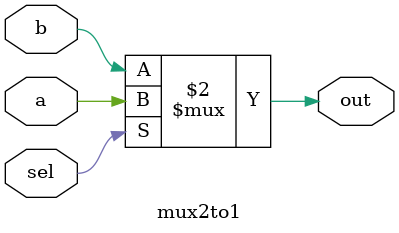
<source format=v>
module mux2to1 (
    input  a,
    input  b,
    input  sel,
    output out
);

    assign out = (sel == 1'b1) ? a : b;

endmodule
</source>
